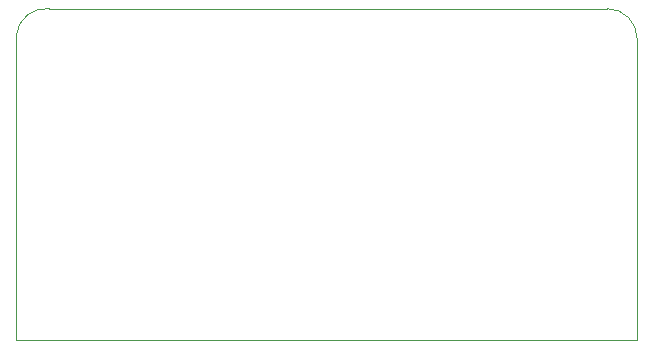
<source format=gbr>
G04 (created by PCBNEW (22-Jun-2014 BZR 4027)-stable) date Wed 17 Feb 2016 21:07:16 GMT*
%MOIN*%
G04 Gerber Fmt 3.4, Leading zero omitted, Abs format*
%FSLAX34Y34*%
G01*
G70*
G90*
G04 APERTURE LIST*
%ADD10C,0.00590551*%
%ADD11C,0.00393701*%
G04 APERTURE END LIST*
G54D10*
G54D11*
X76200Y-39450D02*
X76200Y-49600D01*
X95900Y-38550D02*
X77300Y-38550D01*
X96900Y-49600D02*
X96900Y-39550D01*
X77299Y-38549D02*
G75*
G03X76199Y-39450I-99J-1000D01*
G74*
G01*
X96900Y-39550D02*
G75*
G03X95900Y-38550I-1000J0D01*
G74*
G01*
X96900Y-49600D02*
X76200Y-49600D01*
M02*

</source>
